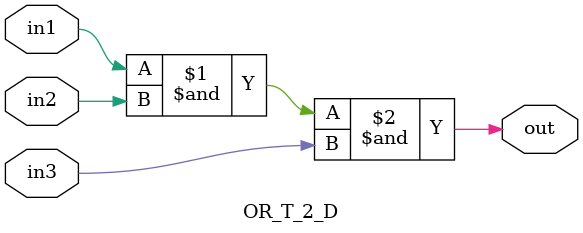
<source format=v>
`timescale 1ns / 1ps

`define	D		10	// definition of the delay

// Delayed AND gate

module OR_T_2_D(out, in1, in2, in3);

input in1, in2, in3;
output out;

and		#`D		and1(out, in1, in2, in3);


endmodule

</source>
